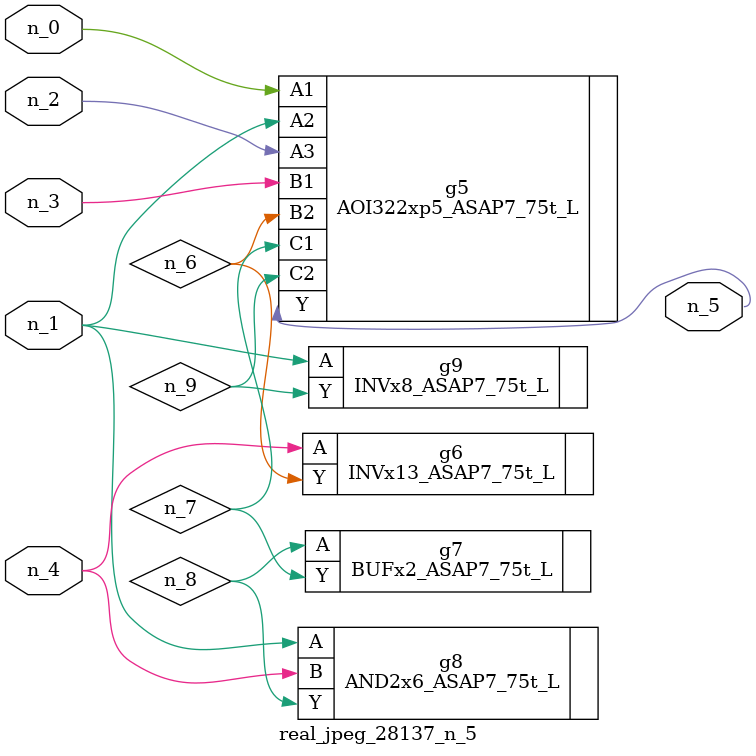
<source format=v>
module real_jpeg_28137_n_5 (n_4, n_0, n_1, n_2, n_3, n_5);

input n_4;
input n_0;
input n_1;
input n_2;
input n_3;

output n_5;

wire n_8;
wire n_6;
wire n_7;
wire n_9;

AOI322xp5_ASAP7_75t_L g5 ( 
.A1(n_0),
.A2(n_1),
.A3(n_2),
.B1(n_3),
.B2(n_6),
.C1(n_7),
.C2(n_9),
.Y(n_5)
);

AND2x6_ASAP7_75t_L g8 ( 
.A(n_1),
.B(n_4),
.Y(n_8)
);

INVx8_ASAP7_75t_L g9 ( 
.A(n_1),
.Y(n_9)
);

INVx13_ASAP7_75t_L g6 ( 
.A(n_4),
.Y(n_6)
);

BUFx2_ASAP7_75t_L g7 ( 
.A(n_8),
.Y(n_7)
);


endmodule
</source>
